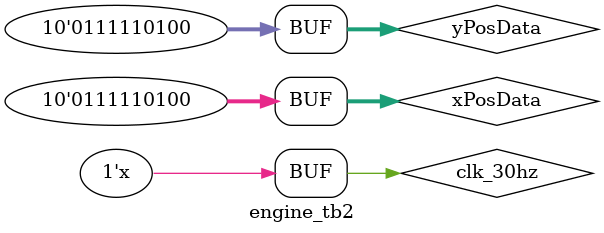
<source format=v>
`timescale 1ns / 1ps


module engine_tb2;

	// Inputs
	reg clk_30hz;
	reg [9:0] xPosData;
	reg [9:0] yPosData;

	// Outputs
	wire [9:0] playerX;
	wire [8:0] playerY;
	wire [9:0] player_bullet_x;
	wire [8:0] player_bullet_y;
	wire enemy1;
	wire enemy2;
	wire enemy3;
	wire enemy4;
	wire enemy5;
	wire enemy6;
	wire enemy7;
	wire [8:0] enemy1_bullet;
	wire [8:0] enemy2_bullet;
	wire [8:0] enemy3_bullet;
	wire [8:0] enemy4_bullet;
	wire [8:0] enemy5_bullet;
	wire [8:0] enemy6_bullet;
	wire [8:0] enemy7_bullet;
	wire [1:0] lives;
	wire [6:0] bossHP;
	wire bossActive;
	wire win;
	wire lose;

	// Instantiate the Unit Under Test (UUT)
	engine uut (
		.clk_30hz(clk_30hz), 
		.xPosData(xPosData), 
		.yPosData(yPosData), 
		.playerX(playerX), 
		.playerY(playerY), 
		.player_bullet_x(player_bullet_x), 
		.player_bullet_y(player_bullet_y), 
		.enemy1(enemy1), 
		.enemy2(enemy2), 
		.enemy3(enemy3), 
		.enemy4(enemy4), 
		.enemy5(enemy5), 
		.enemy6(enemy6), 
		.enemy7(enemy7), 
		.enemy1_bullet(enemy1_bullet), 
		.enemy2_bullet(enemy2_bullet), 
		.enemy3_bullet(enemy3_bullet), 
		.enemy4_bullet(enemy4_bullet), 
		.enemy5_bullet(enemy5_bullet), 
		.enemy6_bullet(enemy6_bullet), 
		.enemy7_bullet(enemy7_bullet), 
		.lives(lives), 
		.bossHP(bossHP), 
		.bossActive(bossActive), 
		.win(win), 
		.lose(lose)
	);

		initial begin
		// Initialize Inputs
		clk_30hz = 0;
		xPosData = 500;
		yPosData = 500;

		// Wait 100 ns for global reset to finish
		#100;
      
		
		//wait 5 seconds for enemy bullet to hit player and player bullet to hit enemy
		#150;
		xPosData = 650;
		#64
		xPosData = 500;
		#500;
		xPosData = 650;
		#96;
		xPosData = 500;
		#500;
		xPosData = 650;
		#32;
		xPosData = 500;
		#500;
		xPosData = 300;
		#256;
		xPosData = 500;
		#500;
		xPosData = 300;
		#96;
		xPosData = 500;
		#500;
		xPosData = 300;
		#32;
		xPosData = 500;
		#500;
		xPosData = 700;
		#192;
		xPosData = 500;
		
		
		// Add stimulus here

	end
	
	always #1
		clk_30hz = ~clk_30hz;
      
endmodule


</source>
